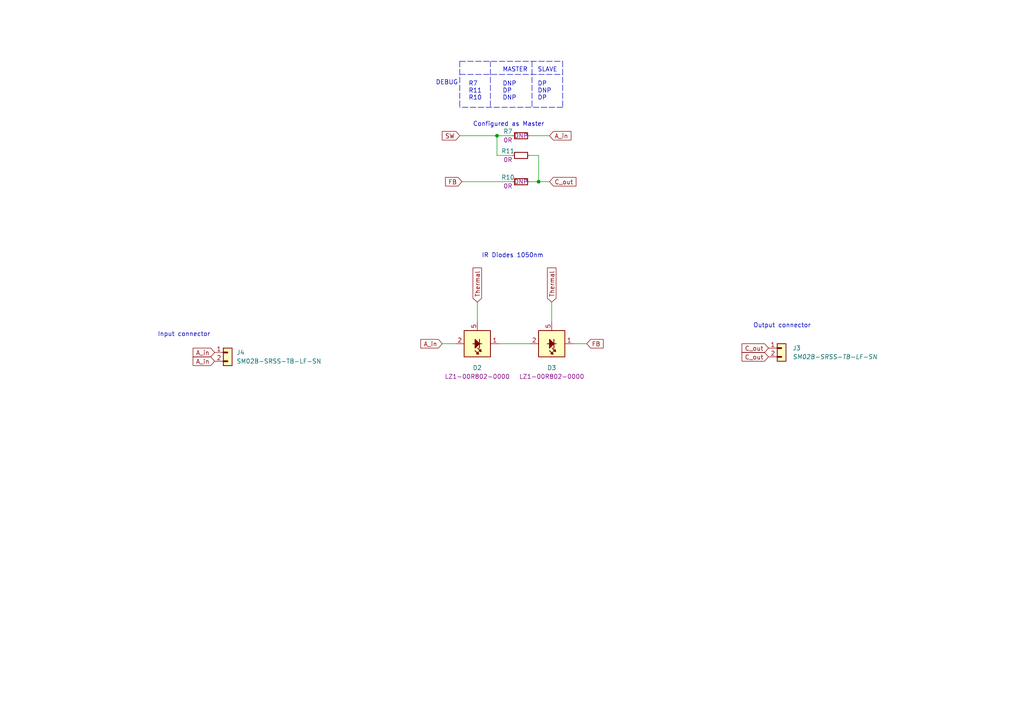
<source format=kicad_sch>
(kicad_sch (version 20211123) (generator eeschema)
  (paper "A4")
  (title_block (title "LZ1 OSRAM LuxiGen LED Driver") (date "2023-05-04") (rev "1.1.0") (comment 1 "www.antmicro.com"))
  (lib_symbols
    (symbol "R_0R_1206_1" (pin_numbers hide) (pin_names hide)
      (property "Reference" "R" (at 20.32 -5.08 0))
      (property "Val" "0R" (at 20.32 -7.62 0))
      (property "Current" "2A" (at 20.32 -30.48 0))
      (symbol "R_0R_1206_1_0_1"
        (rectangle (start 0.635 0.889) (end 4.445 -0.889) (stroke (width 0.254)))
      )
      (symbol "R_0R_1206_1_1_1"
        (pin passive line (at 0 0 0) (length 0.635) (name "~") (number "1"))
        (pin passive line (at 5.08 0 180) (length 0.635) (name "~") (number "2"))
      )
    )
    (symbol "R_0R_1206_2" (pin_numbers hide) (pin_names hide)
      (property "Reference" "R" (at 20.32 -5.08 0))
      (property "Val" "0R" (at 20.32 -7.62 0))
      (property "Current" "2A" (at 20.32 -30.48 0))
      (symbol "R_0R_1206_2_0_1"
        (rectangle (start 0.635 0.889) (end 4.445 -0.889) (stroke (width 0.254)))
      )
      (symbol "R_0R_1206_2_1_1"
        (pin passive line (at 0 0 0) (length 0.635) (name "~") (number "1"))
        (pin passive line (at 5.08 0 180) (length 0.635) (name "~") (number "2"))
      )
    )
    (symbol "SM02B-SRSS-TB-LF-SN_1" (pin_names hide)
      (property "Reference" "J" (at 26.67 -3.81 0))
      (property "Value" "SM02B-SRSS-TB-LF-SN_1" (at 26.67 -6.35 0))
      (symbol "SM02B-SRSS-TB-LF-SN_1_1_1"
        (rectangle (start 2.54 -2.413) (end 3.81 -2.667) (stroke (width 0.254)) (fill (type background)))
        (rectangle (start 2.54 0.127) (end 3.81 -0.127) (stroke (width 0.254)) (fill (type background)))
        (rectangle (start 2.54 1.27) (end 5.08 -3.81) (stroke (width 0.254)) (fill (type background)))
        (pin passive line (at 0 0 0) (length 2.54) (name "Pin_1") (number "1"))
        (pin passive line (at 0 -2.54 0) (length 2.54) (name "Pin_2") (number "2"))
      )
    )
    (symbol "antmicroLEDIndicationDiscrete:LED_IR_LZ1-00R802" (pin_names hide)
      (property "Reference" "D" (at 25.4 -2.54 0))
      (property "MPN" "LZ1-00R802-0000" (at 25.4 -12.7 0))
      (symbol "LED_IR_LZ1-00R802_1_1"
        (polyline (pts (xy 6.223 1.27) (xy 5.588 1.905)) (stroke (width 0.254)))
        (polyline (pts (xy 6.985 0) (xy 7.62 0)) (stroke (width 0.254)))
        (polyline (pts (xy 6.985 2.032) (xy 6.35 2.667)) (stroke (width 0.254)))
        (polyline (pts (xy 5.715 0) (xy 6.985 1.27) (xy 6.985 -1.27) (xy 5.715 0)) (stroke (width 0.254)) (fill (type outline)))
        (polyline (pts (xy 5.08 0) (xy 5.715 0) (xy 5.715 1.27) (xy 5.715 -1.27) (xy 5.715 1.27)) (stroke (width 0.254)))
        (polyline (pts (xy 5.588 1.905) (xy 5.334 1.651) (xy 5.207 2.286) (xy 5.842 2.159) (xy 5.588 1.905)) (stroke (width 0.254)) (fill (type outline)))
        (polyline (pts (xy 6.35 2.667) (xy 6.096 2.413) (xy 5.969 3.048) (xy 6.604 2.921) (xy 6.35 2.667)) (stroke (width 0.254)) (fill (type outline)))
        (rectangle (start 2.54 3.81) (end 10.16 -3.81) (stroke (width 0.254)) (fill (type background)))
        (pin output line (at 0 0 0) (length 2.54) (name "1") (number "1"))
        (pin input line (at 12.7 0 180) (length 2.54) (name "2") (number "2"))
        (pin input line (at 12.7 0 180) (length 2.54) hide (name "~") (number "3"))
        (pin output line (at 0 0 0) (length 2.54) hide (name "~") (number "4"))
        (pin input line (at 6.35 -6.35 90) (length 2.54) (name "5") (number "5"))
      )
    )
    (symbol "antmicroRectangularConnectorsHeadersMalePins:SM02B-SRSS-TB-LF-SN" (pin_names hide)
      (property "Reference" "J" (at 26.67 -3.81 0))
      (property "Value" "SM02B-SRSS-TB-LF-SN" (at 26.67 -6.35 0))
      (symbol "SM02B-SRSS-TB-LF-SN_1_1"
        (rectangle (start 2.54 -2.413) (end 3.81 -2.667) (stroke (width 0.254)) (fill (type background)))
        (rectangle (start 2.54 0.127) (end 3.81 -0.127) (stroke (width 0.254)) (fill (type background)))
        (rectangle (start 2.54 1.27) (end 5.08 -3.81) (stroke (width 0.254)) (fill (type background)))
        (pin passive line (at 0 0 0) (length 2.54) (name "Pin_1") (number "1"))
        (pin passive line (at 0 -2.54 0) (length 2.54) (name "Pin_2") (number "2"))
      )
    )
    (symbol "antmicroResistorsmisc:R_0R_1206" (pin_numbers hide) (pin_names hide)
      (property "Reference" "R" (at 20.32 -5.08 0))
      (property "Val" "0R" (at 20.32 -7.62 0))
      (property "Current" "2A" (at 20.32 -30.48 0))
      (symbol "R_0R_1206_0_1"
        (rectangle (start 0.635 0.889) (end 4.445 -0.889) (stroke (width 0.254)))
      )
      (symbol "R_0R_1206_1_1"
        (pin passive line (at 0 0 0) (length 0.635) (name "~") (number "1"))
        (pin passive line (at 5.08 0 180) (length 0.635) (name "~") (number "2"))
      )
    )
  )
  (junction (at 144.145 39.37))
  (junction (at 156.21 52.705))
  (polyline (pts (xy 133.35 17.78) (xy 133.35 31.115)))
  (polyline (pts (xy 133.35 17.78) (xy 163.195 17.78)))
  (wire (pts (xy 156.21 52.705) (xy 159.385 52.705)))
  (wire (pts (xy 133.35 39.37) (xy 144.145 39.37)))
  (polyline (pts (xy 163.195 31.115) (xy 133.35 31.115)))
  (polyline (pts (xy 163.195 17.78) (xy 163.195 31.115)))
  (polyline (pts (xy 142.24 17.78) (xy 142.24 31.115)))
  (wire (pts (xy 160.02 93.345) (xy 160.02 87.63)))
  (wire (pts (xy 128.27 99.695) (xy 132.08 99.695)))
  (wire (pts (xy 144.78 99.695) (xy 153.67 99.695)))
  (wire (pts (xy 144.145 45.085) (xy 148.59 45.085)))
  (wire (pts (xy 153.67 45.085) (xy 156.21 45.085)))
  (wire (pts (xy 144.145 39.37) (xy 148.59 39.37)))
  (wire (pts (xy 144.145 39.37) (xy 144.145 45.085)))
  (wire (pts (xy 153.67 52.705) (xy 156.21 52.705)))
  (polyline (pts (xy 154.305 17.78) (xy 154.305 31.115)))
  (wire (pts (xy 159.385 39.37) (xy 153.67 39.37)))
  (polyline (pts (xy 133.35 21.59) (xy 163.195 21.59)))
  (wire (pts (xy 156.21 45.085) (xy 156.21 52.705)))
  (wire (pts (xy 170.18 99.695) (xy 166.37 99.695)))
  (wire (pts (xy 133.985 52.705) (xy 148.59 52.705)))
  (wire (pts (xy 138.43 93.345) (xy 138.43 87.63)))
  (text "Output connector" (at 218.44 95.25 0) (effects (font (size 1.27 1.27)) (justify left bottom)))
  (text "DEBUG" (at 126.365 24.765 0) (effects (font (size 1.27 1.27)) (justify left bottom)))
  (text "IR Diodes 1050nm" (at 139.7 74.93 0) (effects (font (size 1.27 1.27)) (justify left bottom)))
  (text "		MASTER	SLAVE\n\nR7  	DNP		DP\nR11		DP		DNP\nR10		DNP		DP" (at 135.89 29.21 0) (effects (font (size 1.27 1.27)) (justify left bottom)))
  (text "Input connector" (at 45.72 97.79 0) (effects (font (size 1.27 1.27)) (justify left bottom)))
  (text "Configured as Master" (at 137.16 36.83 0) (effects (font (size 1.27 1.27)) (justify left bottom)))
  (global_label "SW" (shape input) (at 133.35 39.37 180) (property "Intersheet References" "${INTERSHEET_REFS}" (effects hide)))
  (global_label "FB" (shape input) (at 170.18 99.695 0) (property "Intersheet References" "${INTERSHEET_REFS}" (effects hide)))
  (global_label "A_in" (shape input) (at 62.23 102.235 180) (property "Intersheet References" "${INTERSHEET_REFS}" (effects hide)))
  (global_label "C_out" (shape input) (at 222.885 100.965 180) (property "Intersheet References" "${INTERSHEET_REFS}" (effects hide)))
  (global_label "A_in" (shape input) (at 62.23 104.775 180) (property "Intersheet References" "${INTERSHEET_REFS}" (effects hide)))
  (global_label "A_in" (shape input) (at 159.385 39.37 0) (property "Intersheet References" "${INTERSHEET_REFS}" (effects hide)))
  (global_label "Thermal" (shape input) (at 160.02 87.63 90) (property "Intersheet References" "${INTERSHEET_REFS}" (effects hide)))
  (global_label "FB" (shape input) (at 133.985 52.705 180) (property "Intersheet References" "${INTERSHEET_REFS}" (effects hide)))
  (global_label "Thermal" (shape input) (at 138.43 87.63 90) (property "Intersheet References" "${INTERSHEET_REFS}" (effects hide)))
  (global_label "C_out" (shape input) (at 159.385 52.705 0) (property "Intersheet References" "${INTERSHEET_REFS}" (effects hide)))
  (global_label "C_out" (shape input) (at 222.885 103.505 180) (property "Intersheet References" "${INTERSHEET_REFS}" (effects hide)))
  (global_label "A_in" (shape input) (at 128.27 99.695 180) (property "Intersheet References" "${INTERSHEET_REFS}" (effects hide)))
  (symbol (lib_id "antmicroLEDIndicationDiscrete:LED_IR_LZ1-00R802") (at 166.37 99.695 180) (unit 1)
    (property "Reference" "D3" (at 160.02 106.68 0))
    (property "Value" "LZ1-00R802-0000" (effects hide))
    (property "Footprint" "antmicro-footprints:LED_IR_LZ1-00R802" (effects hide))
    (property "Datasheet" "https://dammedia.osram.info/media/resource/hires/osram-dam-20512286/LZ1-00R802_EN.pdf" (effects hide))
    (property "MPN" "LZ1-00R802-0000" (at 160.02 109.22 0))
    (property "Manufacturer" "Osram" (effects hide))
    (property "License" "Apache-2.0" (effects hide))
    (property "Copyright" "Copyright (c) 2023 Antmicro" (effects hide))
    (property "Author" "Antmicro" (effects hide))
  )
  (symbol (lib_id "antmicroRectangularConnectorsHeadersMalePins:SM02B-SRSS-TB-LF-SN") (at 222.885 100.965 0) (unit 1)
    (property "Reference" "J3" (at 229.87 100.9649 0) (effects (justify left)))
    (property "Value" "SM02B-SRSS-TB-LF-SN" (at 229.87 103.5049 0) (effects (font italic) (justify left)))
    (property "Footprint" "antmicro-footprints:JST_SM02B-SRSS-TB-LF-SN" (effects hide))
    (property "Datasheet" "https://www.jst-mfg.com/product/pdf/eng/eSH.pdf" (effects hide))
    (property "MPN" "SM02B-SRSS-TB(LF)(SN)" (effects hide))
    (property "Manufacturer" "JST" (effects hide))
    (property "License" "Apache-2.0" (effects hide))
    (property "Author" "Antmicro" (effects hide))
  )
  (symbol (lib_id "antmicroLEDIndicationDiscrete:LED_IR_LZ1-00R802") (at 144.78 99.695 180) (unit 1)
    (property "Reference" "D2" (at 138.43 106.68 0))
    (property "Value" "LZ1-00R802-0000" (effects hide))
    (property "Footprint" "antmicro-footprints:LED_IR_LZ1-00R802" (effects hide))
    (property "Datasheet" "https://dammedia.osram.info/media/resource/hires/osram-dam-20512286/LZ1-00R802_EN.pdf" (effects hide))
    (property "MPN" "LZ1-00R802-0000" (at 138.43 109.22 0))
    (property "Manufacturer" "Osram" (effects hide))
    (property "License" "Apache-2.0" (effects hide))
    (property "Copyright" "Copyright (c) 2023 Antmicro" (effects hide))
    (property "Author" "Antmicro" (effects hide))
  )
  (symbol (lib_name "R_0R_1206_2") (lib_id "antmicroResistorsmisc:R_0R_1206") (at 153.67 52.705 180) (unit 1)
    (property "Reference" "R10" (at 147.32 51.435 0))
    (property "Value" "R_0R_1206" (effects hide))
    (property "Footprint" "antmicro-footprints:R_1206_3216Metric" (effects hide))
    (property "Datasheet" "https://www.farnell.com/datasheets/2860635.pdf" (effects hide))
    (property "MPN" "MCMR12X000_PTL" (effects hide))
    (property "Manufacturer" "Multicomp" (effects hide))
    (property "License" "Apache-2.0" (effects hide))
    (property "Val" "0R" (at 147.32 53.975 0))
    (property "Current" "2A" (effects hide))
    (property "Author" "Antmicro" (effects hide))
    (property "DNP" "DNP" (at 151.13 52.705 0))
  )
  (symbol (lib_id "antmicroResistorsmisc:R_0R_1206") (at 153.67 45.085 180) (unit 1)
    (property "Reference" "R11" (at 147.32 43.815 0))
    (property "Value" "R_0R_1206" (effects hide))
    (property "Footprint" "antmicro-footprints:R_1206_3216Metric" (effects hide))
    (property "Datasheet" "https://www.farnell.com/datasheets/2860635.pdf" (effects hide))
    (property "MPN" "MCMR12X000_PTL" (effects hide))
    (property "Manufacturer" "Multicomp" (effects hide))
    (property "License" "Apache-2.0" (effects hide))
    (property "Val" "0R" (at 147.32 46.355 0))
    (property "Current" "2A" (effects hide))
    (property "Author" "Antmicro" (effects hide))
  )
  (symbol (lib_name "R_0R_1206_1") (lib_id "antmicroResistorsmisc:R_0R_1206") (at 153.67 39.37 180) (unit 1)
    (property "Reference" "R7" (at 147.32 38.1 0))
    (property "Value" "R_0R_1206" (effects hide))
    (property "Footprint" "antmicro-footprints:R_1206_3216Metric" (effects hide))
    (property "Datasheet" "https://www.farnell.com/datasheets/2860635.pdf" (effects hide))
    (property "MPN" "MCMR12X000_PTL" (effects hide))
    (property "Manufacturer" "Multicomp" (effects hide))
    (property "License" "Apache-2.0" (effects hide))
    (property "Val" "0R" (at 147.32 40.64 0))
    (property "Current" "2A" (effects hide))
    (property "Author" "Antmicro" (effects hide))
    (property "DNP" "DNP" (at 151.13 39.37 0))
  )
  (symbol (lib_name "SM02B-SRSS-TB-LF-SN_1") (lib_id "antmicroRectangularConnectorsHeadersMalePins:SM02B-SRSS-TB-LF-SN") (at 62.23 102.235 0) (unit 1)
    (property "Reference" "J4" (at 68.58 102.2349 0) (effects (justify left)))
    (property "Value" "SM02B-SRSS-TB-LF-SN" (at 68.58 104.7749 0) (effects (justify left)))
    (property "Footprint" "antmicro-footprints:JST_SM02B-SRSS-TB-LF-SN" (effects hide))
    (property "Datasheet" "https://www.jst-mfg.com/product/pdf/eng/eSH.pdf" (effects hide))
    (property "MPN" "SM02B-SRSS-TB(LF)(SN)" (effects hide))
    (property "Manufacturer" "JST" (effects hide))
    (property "License" "Apache-2.0" (effects hide))
    (property "Author" "Antmicro" (effects hide))
  )
)
</source>
